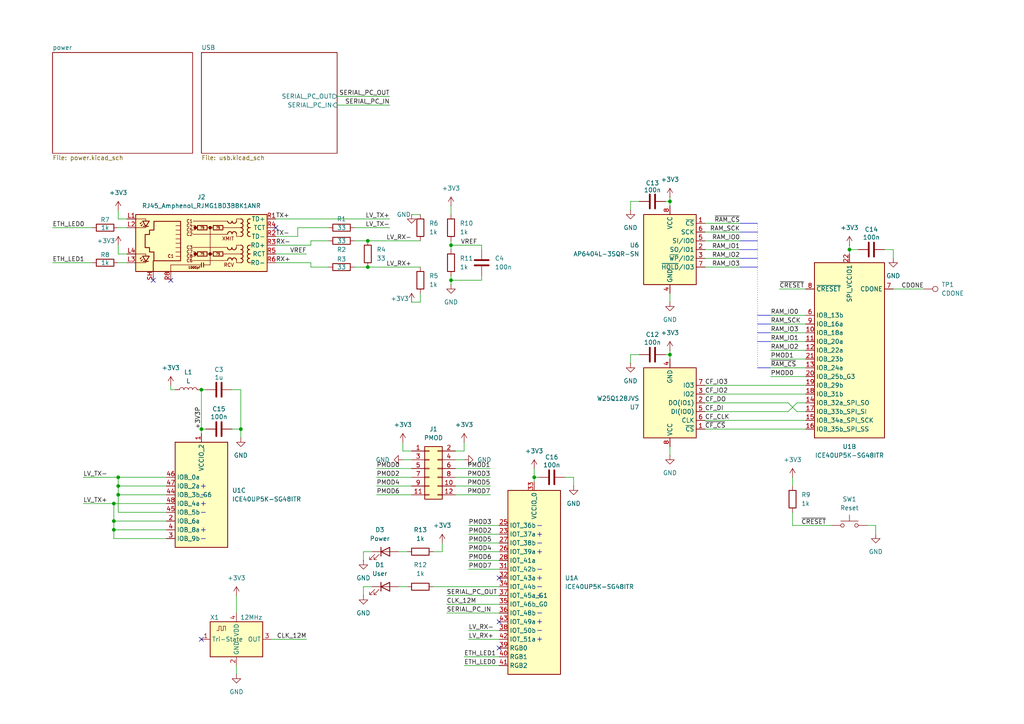
<source format=kicad_sch>
(kicad_sch (version 20231120) (generator "eeschema") (generator_version "8.0")
  (paper "A4")
  (lib_symbols
    (symbol "Connector:RJ45_Amphenol_RJMG1BD3B8K1ANR"
      (property "Reference" "J" (at 18.415 10.16 0))
      (property "Value" "RJ45_Amphenol_RJMG1BD3B8K1ANR" (at -19.05 10.16 0))
      (symbol "RJ45_Amphenol_RJMG1BD3B8K1ANR_0_0"
        (text "C1" (at 4.699 6.985 0) (effects (font (size 0.889 0.889))))
        (text "C1" (at 10.16 -3.175 0) (effects (font (size 0.889 0.889))))
        (text "C2" (at 4.699 3.175 0) (effects (font (size 0.889 0.889))))
        (text "C3" (at 4.699 -0.635 0) (effects (font (size 0.889 0.889))))
        (text "C4" (at 4.699 5.715 0) (effects (font (size 0.889 0.889))))
        (text "C5" (at 4.699 4.445 0) (effects (font (size 0.889 0.889))))
        (text "C6" (at 4.699 -4.445 0) (effects (font (size 0.889 0.889))))
        (text "C7" (at 4.699 -1.905 0) (effects (font (size 0.889 0.889))))
        (text "C8" (at 4.699 -3.175 0) (effects (font (size 0.889 0.889))))
        (text "RCV" (at -8.255 -5.715 0) (effects (font (size 1.016 1.016)) (justify left)))
        (text "XMIT" (at -8.255 1.905 0) (effects (font (size 1.016 1.016)) (justify left)))
      )
      (symbol "RJ45_Amphenol_RJMG1BD3B8K1ANR_1_0"
        (text "1000pF" (at 3.302 -6.477 0) (effects (font (size 0.635 0.635))))
      )
      (symbol "RJ45_Amphenol_RJMG1BD3B8K1ANR_1_1"
        (text "75" (at -3.556 -2.54 0) (effects (font (size 0.635 0.635))))
        (text "75" (at -3.556 5.08 0) (effects (font (size 0.635 0.635))))
        (text "75" (at 1.016 -2.54 0) (effects (font (size 0.635 0.635))))
        (text "75" (at 1.016 5.08 0) (effects (font (size 0.635 0.635))))
        (pin passive line (at 22.86 7.62 180) (length 2.54) (name "") (number "L1"))
        (pin passive line (at 22.86 5.08 180) (length 2.54) (name "") (number "L2"))
        (pin passive line (at 22.86 -5.08 180) (length 2.54) (name "") (number "L3"))
        (pin passive line (at 22.86 -2.54 180) (length 2.54) (name "") (number "L4"))
        (pin passive line (at -20.32 7.62 0) (length 2.54) (name "TD+") (number "R1"))
        (pin passive line (at -20.32 2.54 0) (length 2.54) (name "TD-") (number "R2"))
        (pin passive line (at -20.32 0 0) (length 2.54) (name "RD+") (number "R3"))
        (pin passive line (at -20.32 5.08 0) (length 2.54) (name "TCT") (number "R4"))
        (pin passive line (at -20.32 -2.54 0) (length 2.54) (name "RCT") (number "R5"))
        (pin passive line (at -20.32 -5.08 0) (length 2.54) (name "RD-") (number "R6"))
        (pin no_connect line (at 20.32 0 0) (length 0) hide (name "NC") (number "R7"))
        (pin power_in line (at 10.16 -10.16 90) (length 2.54) (name "") (number "R8"))
        (pin passive line (at 15.24 -10.16 90) (length 2.54) (name "") (number "SH"))
      )
    )
    (symbol "Connector:TestPoint" (pin_numbers hide) (pin_names (offset 0.762) hide)
      (property "Reference" "TP" (at 0 6.858 0))
      (property "Value" "TestPoint" (at 0 5.08 0))
      (symbol "TestPoint_1_1"
        (pin passive line (at 0 0 90) (length 2.54) (name "1") (number "1"))
      )
    )
    (symbol "Connector_Generic:Conn_02x06_Odd_Even" (pin_names (offset 1.016) hide)
      (property "Reference" "J" (at 1.27 7.62 0))
      (property "Value" "Conn_02x06_Odd_Even" (at 1.27 -10.16 0))
      (symbol "Conn_02x06_Odd_Even_1_1"
        (pin passive line (at -5.08 5.08 0) (length 3.81) (name "Pin_1") (number "1"))
        (pin passive line (at 7.62 -5.08 180) (length 3.81) (name "Pin_10") (number "10"))
        (pin passive line (at -5.08 -7.62 0) (length 3.81) (name "Pin_11") (number "11"))
        (pin passive line (at 7.62 -7.62 180) (length 3.81) (name "Pin_12") (number "12"))
        (pin passive line (at 7.62 5.08 180) (length 3.81) (name "Pin_2") (number "2"))
        (pin passive line (at -5.08 2.54 0) (length 3.81) (name "Pin_3") (number "3"))
        (pin passive line (at 7.62 2.54 180) (length 3.81) (name "Pin_4") (number "4"))
        (pin passive line (at -5.08 0 0) (length 3.81) (name "Pin_5") (number "5"))
        (pin passive line (at 7.62 0 180) (length 3.81) (name "Pin_6") (number "6"))
        (pin passive line (at -5.08 -2.54 0) (length 3.81) (name "Pin_7") (number "7"))
        (pin passive line (at 7.62 -2.54 180) (length 3.81) (name "Pin_8") (number "8"))
        (pin passive line (at -5.08 -5.08 0) (length 3.81) (name "Pin_9") (number "9"))
      )
    )
    (symbol "Device:C" (pin_numbers hide) (pin_names (offset 0.254))
      (property "Reference" "C" (at 0.635 2.54 0))
      (property "Value" "C" (at 0.635 -2.54 0))
      (symbol "C_1_1"
        (pin passive line (at 0 3.81 270) (length 2.794) (name "~") (number "1"))
        (pin passive line (at 0 -3.81 90) (length 2.794) (name "~") (number "2"))
      )
    )
    (symbol "Device:L" (pin_numbers hide) (pin_names (offset 1.016) hide)
      (property "Reference" "L" (at -1.27 0 90))
      (property "Value" "L" (at 1.905 0 90))
      (symbol "L_1_1"
        (pin passive line (at 0 3.81 270) (length 1.27) (name "1") (number "1"))
        (pin passive line (at 0 -3.81 90) (length 1.27) (name "2") (number "2"))
      )
    )
    (symbol "Device:LED" (pin_numbers hide) (pin_names (offset 1.016) hide)
      (property "Reference" "D" (at 0 2.54 0))
      (property "Value" "LED" (at 0 -2.54 0))
      (symbol "LED_1_1"
        (pin passive line (at -3.81 0 0) (length 2.54) (name "K") (number "1"))
        (pin passive line (at 3.81 0 180) (length 2.54) (name "A") (number "2"))
      )
    )
    (symbol "Device:R" (pin_numbers hide) (pin_names (offset 0))
      (property "Reference" "R" (at 2.032 0 90))
      (property "Value" "R" (at 0 0 90))
      (symbol "R_1_1"
        (pin passive line (at 0 3.81 270) (length 1.27) (name "~") (number "1"))
        (pin passive line (at 0 -3.81 90) (length 1.27) (name "~") (number "2"))
      )
    )
    (symbol "FPGA_Lattice:ICE40UP5K-SG48ITR"
      (property "Reference" "U" (at -8.89 -29.21 0))
      (property "Value" "ICE40UP5K-SG48ITR" (at 0 -31.75 0))
      (symbol "ICE40UP5K-SG48ITR_1_1"
        (pin bidirectional line (at -10.16 12.7 0) (length 2.54) (name "IOT_37a") (number "23"))
        (pin bidirectional line (at -10.16 15.24 0) (length 2.54) (name "IOT_36b") (number "25"))
        (pin bidirectional line (at -10.16 7.62 0) (length 2.54) (name "IOT_39a") (number "26"))
        (pin bidirectional line (at -10.16 10.16 0) (length 2.54) (name "IOT_38b") (number "27"))
        (pin bidirectional line (at -10.16 5.08 0) (length 2.54) (name "IOT_41a") (number "28"))
        (pin bidirectional line (at -10.16 2.54 0) (length 2.54) (name "IOT_42b") (number "31"))
        (pin bidirectional line (at -10.16 0 0) (length 2.54) (name "IOT_43a") (number "32"))
        (pin power_in line (at 0 27.94 270) (length 2.54) (name "VCCIO_0") (number "33"))
        (pin bidirectional line (at -10.16 -2.54 0) (length 2.54) (name "IOT_44b") (number "34"))
        (pin bidirectional line (at -10.16 -7.62 0) (length 2.54) (name "IOT_46b_G0") (number "35"))
        (pin bidirectional line (at -10.16 -10.16 0) (length 2.54) (name "IOT_48b") (number "36"))
        (pin bidirectional line (at -10.16 -5.08 0) (length 2.54) (name "IOT_45a_G1") (number "37"))
        (pin bidirectional line (at -10.16 -15.24 0) (length 2.54) (name "IOT_50b") (number "38"))
        (pin open_collector line (at -10.16 -20.32 0) (length 2.54) (name "RGB0") (number "39"))
        (pin open_collector line (at -10.16 -22.86 0) (length 2.54) (name "RGB1") (number "40"))
        (pin open_collector line (at -10.16 -25.4 0) (length 2.54) (name "RGB2") (number "41"))
        (pin bidirectional line (at -10.16 -17.78 0) (length 2.54) (name "IOT_51a") (number "42"))
        (pin bidirectional line (at -10.16 -12.7 0) (length 2.54) (name "IOT_49a") (number "43"))
      )
      (symbol "ICE40UP5K-SG48ITR_2_1"
        (pin bidirectional line (at -12.7 5.08 0) (length 2.54) (name "IOB_18a") (number "10"))
        (pin bidirectional line (at -12.7 2.54 0) (length 2.54) (name "IOB_20a") (number "11"))
        (pin bidirectional line (at -12.7 0 0) (length 2.54) (name "IOB_22a") (number "12"))
        (pin bidirectional line (at -12.7 -5.08 0) (length 2.54) (name "IOB_24a") (number "13"))
        (pin bidirectional line (at -12.7 -15.24 0) (length 2.54) (name "IOB_32a_SPI_SO") (number "14"))
        (pin bidirectional line (at -12.7 -20.32 0) (length 2.54) (name "IOB_34a_SPI_SCK") (number "15"))
        (pin bidirectional line (at -12.7 -22.86 0) (length 2.54) (name "IOB_35b_SPI_SS") (number "16"))
        (pin bidirectional line (at -12.7 -17.78 0) (length 2.54) (name "IOB_33b_SPI_SI") (number "17"))
        (pin bidirectional line (at -12.7 -12.7 0) (length 2.54) (name "IOB_31b") (number "18"))
        (pin bidirectional line (at -12.7 -10.16 0) (length 2.54) (name "IOB_29b") (number "19"))
        (pin bidirectional line (at -12.7 -7.62 0) (length 2.54) (name "IOB_25b_G3") (number "20"))
        (pin bidirectional line (at -12.7 -2.54 0) (length 2.54) (name "IOB_23b") (number "21"))
        (pin power_in line (at 0 27.94 270) (length 2.54) (name "SPI_VCCIO1") (number "22"))
        (pin bidirectional line (at -12.7 10.16 0) (length 2.54) (name "IOB_13b") (number "6"))
        (pin open_collector line (at 12.7 17.78 180) (length 2.54) (name "CDONE") (number "7"))
        (pin input line (at -12.7 17.78 0) (length 2.54) (name "~{CRESET}") (number "8"))
        (pin bidirectional line (at -12.7 7.62 0) (length 2.54) (name "IOB_16a") (number "9"))
      )
      (symbol "ICE40UP5K-SG48ITR_3_1"
        (pin power_in line (at 0 17.78 270) (length 2.54) (name "VCCIO_2") (number "1"))
        (pin bidirectional line (at -10.16 -7.62 0) (length 2.54) (name "IOB_6a") (number "2"))
        (pin bidirectional line (at -10.16 -12.7 0) (length 2.54) (name "IOB_9b") (number "3"))
        (pin bidirectional line (at -10.16 -10.16 0) (length 2.54) (name "IOB_8a") (number "4"))
        (pin bidirectional line (at -10.16 0 0) (length 2.54) (name "IOB_3b_G6") (number "44"))
        (pin bidirectional line (at -10.16 -5.08 0) (length 2.54) (name "IOB_5b") (number "45"))
        (pin bidirectional line (at -10.16 5.08 0) (length 2.54) (name "IOB_0a") (number "46"))
        (pin bidirectional line (at -10.16 2.54 0) (length 2.54) (name "IOB_2a") (number "47"))
        (pin bidirectional line (at -10.16 -2.54 0) (length 2.54) (name "IOB_4a") (number "48"))
      )
      (symbol "ICE40UP5K-SG48ITR_4_1"
        (pin power_in line (at -2.54 10.16 270) (length 2.54) (name "VPP_2V5") (number "24"))
        (pin power_out line (at 2.54 10.16 270) (length 2.54) (name "VCCPLL") (number "29"))
        (pin passive line (at 0 10.16 270) (length 2.54) hide (name "VCC") (number "30"))
        (pin power_in line (at 0 -10.16 90) (length 2.54) (name "GND") (number "49"))
        (pin power_in line (at 0 10.16 270) (length 2.54) (name "VCC") (number "5"))
      )
    )
    (symbol "Memory_Flash:AT25SF081-SSHD-X"
      (property "Reference" "U" (at -6.35 11.43 0))
      (property "Value" "AT25SF081-SSHD-X" (at 11.43 11.43 0))
      (symbol "AT25SF081-SSHD-X_1_1"
        (pin input line (at -10.16 7.62 0) (length 2.54) (name "~{CS}") (number "1"))
        (pin bidirectional line (at -10.16 0 0) (length 2.54) (name "SO/IO1") (number "2"))
        (pin bidirectional line (at -10.16 -2.54 0) (length 2.54) (name "~{WP}/IO2") (number "3"))
        (pin power_in line (at 0 -12.7 90) (length 2.54) (name "GND") (number "4"))
        (pin bidirectional line (at -10.16 2.54 0) (length 2.54) (name "SI/IO0") (number "5"))
        (pin input line (at -10.16 5.08 0) (length 2.54) (name "SCK") (number "6"))
        (pin bidirectional line (at -10.16 -5.08 0) (length 2.54) (name "~{HOLD}/IO3") (number "7"))
        (pin power_in line (at 0 12.7 270) (length 2.54) (name "VCC") (number "8"))
      )
    )
    (symbol "Memory_Flash:W25Q128JVS"
      (property "Reference" "U" (at -8.89 8.89 0))
      (property "Value" "W25Q128JVS" (at 7.62 8.89 0))
      (symbol "W25Q128JVS_1_1"
        (pin input line (at -10.16 7.62 0) (length 2.54) (name "~{CS}") (number "1"))
        (pin bidirectional line (at -10.16 0 0) (length 2.54) (name "DO(IO1)") (number "2"))
        (pin bidirectional line (at -10.16 -2.54 0) (length 2.54) (name "IO2") (number "3"))
        (pin power_in line (at 0 -12.7 90) (length 2.54) (name "GND") (number "4"))
        (pin bidirectional line (at -10.16 2.54 0) (length 2.54) (name "DI(IO0)") (number "5"))
        (pin input line (at -10.16 5.08 0) (length 2.54) (name "CLK") (number "6"))
        (pin bidirectional line (at -10.16 -5.08 0) (length 2.54) (name "IO3") (number "7"))
        (pin power_in line (at 0 12.7 270) (length 2.54) (name "VCC") (number "8"))
      )
    )
    (symbol "Oscillator:ASCO"
      (property "Reference" "X" (at -7.62 6.35 0))
      (property "Value" "ASCO" (at 1.27 -6.35 0))
      (symbol "ASCO_1_1"
        (pin input line (at -10.16 0 0) (length 2.54) (name "Tri-State") (number "1"))
        (pin power_in line (at 0 -7.62 90) (length 2.54) (name "GND") (number "2"))
        (pin output line (at 10.16 0 180) (length 2.54) (name "OUT") (number "3"))
        (pin power_in line (at 0 7.62 270) (length 2.54) (name "VDD") (number "4"))
      )
    )
    (symbol "Switch:SW_Push" (pin_numbers hide) (pin_names (offset 1.016) hide)
      (property "Reference" "SW" (at 1.27 2.54 0))
      (property "Value" "SW_Push" (at 0 -1.524 0))
      (symbol "SW_Push_0_1"
        (pin passive line (at -5.08 0 0) (length 2.54) (name "1") (number "1"))
        (pin passive line (at 5.08 0 180) (length 2.54) (name "2") (number "2"))
      )
    )
    (symbol "power:+3V3" (power) (pin_numbers hide) (pin_names (offset 0) hide)
      (property "Value" "+3V3" (at 0 3.556 0))
      (symbol "+3V3_1_1"
        (pin power_in line (at 0 0 90) (length 0) (name "~") (number "1"))
      )
    )
    (symbol "power:GND" (power) (pin_numbers hide) (pin_names (offset 0) hide)
      (property "Value" "GND" (at 0 -3.81 0))
      (symbol "GND_1_1"
        (pin power_in line (at 0 0 270) (length 0) (name "~") (number "1"))
      )
    )
  )
  (junction (at 194.31 58.42))
  (junction (at 34.29 138.43))
  (junction (at 69.85 124.46))
  (junction (at 33.02 151.13))
  (junction (at 33.02 153.67))
  (junction (at 130.81 71.12))
  (junction (at 33.02 146.05))
  (junction (at 34.29 140.97))
  (junction (at 58.42 124.46))
  (junction (at 34.29 143.51))
  (junction (at 130.81 81.28))
  (junction (at 154.94 138.43))
  (junction (at 246.38 72.39))
  (junction (at 106.68 77.47))
  (junction (at 58.42 113.03))
  (junction (at 194.31 102.87))
  (junction (at 106.68 69.85))
  (no_connect (at 44.45 81.28))
  (no_connect (at 144.78 187.96))
  (no_connect (at 58.42 185.42))
  (no_connect (at 80.01 66.04))
  (no_connect (at 144.78 180.34))
  (no_connect (at 49.53 81.28))
  (no_connect (at 144.78 167.64))
  (wire (pts (xy 246.38 72.39) (xy 246.38 73.66)))
  (wire (pts (xy 204.47 64.77) (xy 214.63 64.77)))
  (wire (pts (xy 128.27 157.48) (xy 128.27 160.02)))
  (wire (pts (xy 106.68 69.85) (xy 121.92 69.85)))
  (polyline (pts (xy 214.63 77.47) (xy 219.71 77.47)))
  (wire (pts (xy 204.47 114.3) (xy 233.68 114.3)))
  (wire (pts (xy 102.87 66.04) (xy 113.03 66.04)))
  (wire (pts (xy 125.73 170.18) (xy 144.78 170.18)))
  (polyline (pts (xy 214.63 74.93) (xy 219.71 74.93)))
  (wire (pts (xy 105.41 170.18) (xy 105.41 172.72)))
  (wire (pts (xy 33.02 156.21) (xy 48.26 156.21)))
  (wire (pts (xy 34.29 76.2) (xy 36.83 76.2)))
  (wire (pts (xy 116.84 133.35) (xy 119.38 133.35)))
  (wire (pts (xy 139.7 72.39) (xy 139.7 71.12)))
  (wire (pts (xy 163.83 138.43) (xy 166.37 138.43)))
  (wire (pts (xy 134.62 128.27) (xy 134.62 130.81)))
  (wire (pts (xy 223.52 109.22) (xy 233.68 109.22)))
  (wire (pts (xy 34.29 60.96) (xy 34.29 63.5)))
  (wire (pts (xy 33.02 153.67) (xy 48.26 153.67)))
  (wire (pts (xy 204.47 77.47) (xy 214.63 77.47)))
  (wire (pts (xy 251.46 152.4) (xy 254 152.4)))
  (wire (pts (xy 194.31 129.54) (xy 194.31 132.08)))
  (wire (pts (xy 130.81 71.12) (xy 139.7 71.12)))
  (polyline (pts (xy 214.63 72.39) (xy 219.71 72.39)))
  (wire (pts (xy 59.69 124.46) (xy 58.42 124.46)))
  (wire (pts (xy 106.68 77.47) (xy 121.92 77.47)))
  (wire (pts (xy 204.47 119.38) (xy 228.6 119.38)))
  (wire (pts (xy 119.38 62.23) (xy 121.92 62.23)))
  (wire (pts (xy 204.47 67.31) (xy 214.63 67.31)))
  (wire (pts (xy 204.47 74.93) (xy 214.63 74.93)))
  (wire (pts (xy 182.88 58.42) (xy 182.88 60.96)))
  (wire (pts (xy 58.42 113.03) (xy 59.69 113.03)))
  (wire (pts (xy 80.01 71.12) (xy 90.17 71.12)))
  (wire (pts (xy 134.62 190.5) (xy 144.78 190.5)))
  (wire (pts (xy 102.87 77.47) (xy 106.68 77.47)))
  (wire (pts (xy 67.31 113.03) (xy 69.85 113.03)))
  (wire (pts (xy 185.42 102.87) (xy 182.88 102.87)))
  (wire (pts (xy 132.08 130.81) (xy 134.62 130.81)))
  (wire (pts (xy 223.52 91.44) (xy 233.68 91.44)))
  (wire (pts (xy 97.79 30.48) (xy 113.03 30.48)))
  (wire (pts (xy 107.95 170.18) (xy 105.41 170.18)))
  (polyline (pts (xy 219.71 91.44) (xy 223.52 91.44)))
  (wire (pts (xy 135.89 162.56) (xy 144.78 162.56)))
  (wire (pts (xy 129.54 175.26) (xy 144.78 175.26)))
  (wire (pts (xy 154.94 135.89) (xy 154.94 138.43)))
  (wire (pts (xy 15.24 76.2) (xy 26.67 76.2)))
  (wire (pts (xy 193.04 102.87) (xy 194.31 102.87)))
  (wire (pts (xy 58.42 113.03) (xy 58.42 124.46)))
  (wire (pts (xy 107.95 160.02) (xy 105.41 160.02)))
  (polyline (pts (xy 219.71 99.06) (xy 223.52 99.06)))
  (wire (pts (xy 256.54 72.39) (xy 259.08 72.39)))
  (wire (pts (xy 204.47 121.92) (xy 233.68 121.92)))
  (wire (pts (xy 223.52 101.6) (xy 233.68 101.6)))
  (wire (pts (xy 132.08 135.89) (xy 142.24 135.89)))
  (wire (pts (xy 36.83 63.5) (xy 34.29 63.5)))
  (wire (pts (xy 223.52 93.98) (xy 233.68 93.98)))
  (wire (pts (xy 259.08 72.39) (xy 259.08 74.93)))
  (wire (pts (xy 86.36 66.04) (xy 95.25 66.04)))
  (wire (pts (xy 129.54 172.72) (xy 144.78 172.72)))
  (wire (pts (xy 229.87 138.43) (xy 229.87 140.97)))
  (wire (pts (xy 109.22 135.89) (xy 119.38 135.89)))
  (wire (pts (xy 132.08 143.51) (xy 142.24 143.51)))
  (wire (pts (xy 69.85 113.03) (xy 69.85 124.46)))
  (wire (pts (xy 154.94 138.43) (xy 154.94 139.7)))
  (wire (pts (xy 119.38 130.81) (xy 116.84 130.81)))
  (wire (pts (xy 34.29 138.43) (xy 48.26 138.43)))
  (wire (pts (xy 34.29 71.12) (xy 34.29 73.66)))
  (wire (pts (xy 33.02 146.05) (xy 33.02 151.13)))
  (wire (pts (xy 204.47 111.76) (xy 233.68 111.76)))
  (wire (pts (xy 135.89 152.4) (xy 144.78 152.4)))
  (wire (pts (xy 229.87 152.4) (xy 241.3 152.4)))
  (wire (pts (xy 33.02 151.13) (xy 48.26 151.13)))
  (wire (pts (xy 78.74 185.42) (xy 88.9 185.42)))
  (wire (pts (xy 109.22 140.97) (xy 119.38 140.97)))
  (wire (pts (xy 58.42 124.46) (xy 58.42 125.73)))
  (wire (pts (xy 135.89 185.42) (xy 144.78 185.42)))
  (wire (pts (xy 185.42 58.42) (xy 182.88 58.42)))
  (wire (pts (xy 223.52 99.06) (xy 233.68 99.06)))
  (polyline (pts (xy 219.71 93.98) (xy 223.52 93.98)))
  (wire (pts (xy 130.81 59.69) (xy 130.81 62.23)))
  (polyline (pts (xy 219.71 106.68) (xy 223.52 106.68)))
  (wire (pts (xy 33.02 151.13) (xy 33.02 153.67)))
  (wire (pts (xy 34.29 143.51) (xy 48.26 143.51)))
  (wire (pts (xy 115.57 170.18) (xy 118.11 170.18)))
  (wire (pts (xy 130.81 81.28) (xy 130.81 82.55)))
  (wire (pts (xy 15.24 66.04) (xy 26.67 66.04)))
  (wire (pts (xy 90.17 71.12) (xy 90.17 69.85)))
  (wire (pts (xy 36.83 73.66) (xy 34.29 73.66)))
  (wire (pts (xy 154.94 138.43) (xy 156.21 138.43)))
  (wire (pts (xy 228.6 119.38) (xy 231.14 116.84)))
  (polyline (pts (xy 214.63 64.77) (xy 219.71 64.77)))
  (wire (pts (xy 229.87 152.4) (xy 229.87 148.59)))
  (wire (pts (xy 68.58 172.72) (xy 68.58 177.8)))
  (wire (pts (xy 129.54 177.8) (xy 144.78 177.8)))
  (wire (pts (xy 80.01 73.66) (xy 88.9 73.66)))
  (wire (pts (xy 246.38 71.12) (xy 246.38 72.39)))
  (wire (pts (xy 135.89 160.02) (xy 144.78 160.02)))
  (wire (pts (xy 90.17 76.2) (xy 80.01 76.2)))
  (wire (pts (xy 246.38 72.39) (xy 248.92 72.39)))
  (wire (pts (xy 34.29 140.97) (xy 48.26 140.97)))
  (wire (pts (xy 204.47 69.85) (xy 214.63 69.85)))
  (wire (pts (xy 223.52 96.52) (xy 233.68 96.52)))
  (wire (pts (xy 121.92 85.09) (xy 121.92 87.63)))
  (wire (pts (xy 194.31 101.6) (xy 194.31 102.87)))
  (wire (pts (xy 69.85 124.46) (xy 69.85 127)))
  (wire (pts (xy 34.29 143.51) (xy 34.29 140.97)))
  (wire (pts (xy 86.36 68.58) (xy 86.36 66.04)))
  (wire (pts (xy 132.08 133.35) (xy 134.62 133.35)))
  (wire (pts (xy 194.31 85.09) (xy 194.31 87.63)))
  (wire (pts (xy 95.25 77.47) (xy 90.17 77.47)))
  (wire (pts (xy 204.47 72.39) (xy 214.63 72.39)))
  (wire (pts (xy 90.17 69.85) (xy 95.25 69.85)))
  (wire (pts (xy 109.22 138.43) (xy 119.38 138.43)))
  (wire (pts (xy 132.08 138.43) (xy 142.24 138.43)))
  (wire (pts (xy 34.29 148.59) (xy 48.26 148.59)))
  (wire (pts (xy 24.13 146.05) (xy 33.02 146.05)))
  (wire (pts (xy 97.79 27.94) (xy 113.03 27.94)))
  (wire (pts (xy 130.81 80.01) (xy 130.81 81.28)))
  (wire (pts (xy 139.7 80.01) (xy 139.7 81.28)))
  (wire (pts (xy 130.81 71.12) (xy 130.81 72.39)))
  (wire (pts (xy 226.06 83.82) (xy 233.68 83.82)))
  (wire (pts (xy 119.38 87.63) (xy 121.92 87.63)))
  (wire (pts (xy 135.89 165.1) (xy 144.78 165.1)))
  (wire (pts (xy 135.89 182.88) (xy 144.78 182.88)))
  (wire (pts (xy 34.29 148.59) (xy 34.29 143.51)))
  (wire (pts (xy 80.01 68.58) (xy 86.36 68.58)))
  (wire (pts (xy 223.52 104.14) (xy 233.68 104.14)))
  (wire (pts (xy 134.62 193.04) (xy 144.78 193.04)))
  (wire (pts (xy 194.31 57.15) (xy 194.31 58.42)))
  (wire (pts (xy 233.68 119.38) (xy 231.14 119.38)))
  (wire (pts (xy 194.31 102.87) (xy 194.31 104.14)))
  (wire (pts (xy 130.81 81.28) (xy 139.7 81.28)))
  (polyline (pts (xy 214.63 69.85) (xy 219.71 69.85)))
  (wire (pts (xy 49.53 111.76) (xy 49.53 113.03)))
  (wire (pts (xy 34.29 66.04) (xy 36.83 66.04)))
  (wire (pts (xy 33.02 146.05) (xy 48.26 146.05)))
  (wire (pts (xy 115.57 160.02) (xy 118.11 160.02)))
  (wire (pts (xy 33.02 153.67) (xy 33.02 156.21)))
  (wire (pts (xy 132.08 140.97) (xy 142.24 140.97)))
  (wire (pts (xy 68.58 193.04) (xy 68.58 195.58)))
  (wire (pts (xy 254 152.4) (xy 254 154.94)))
  (wire (pts (xy 105.41 160.02) (xy 105.41 162.56)))
  (wire (pts (xy 80.01 63.5) (xy 113.03 63.5)))
  (polyline (pts (xy 219.71 96.52) (xy 223.52 96.52)))
  (wire (pts (xy 231.14 119.38) (xy 228.6 116.84)))
  (wire (pts (xy 194.31 58.42) (xy 194.31 59.69)))
  (wire (pts (xy 135.89 157.48) (xy 144.78 157.48)))
  (wire (pts (xy 231.14 116.84) (xy 233.68 116.84)))
  (wire (pts (xy 125.73 160.02) (xy 128.27 160.02)))
  (polyline (pts (xy 214.63 67.31) (xy 219.71 67.31)))
  (wire (pts (xy 166.37 138.43) (xy 166.37 140.97)))
  (wire (pts (xy 109.22 143.51) (xy 119.38 143.51)))
  (wire (pts (xy 67.31 124.46) (xy 69.85 124.46)))
  (wire (pts (xy 193.04 58.42) (xy 194.31 58.42)))
  (wire (pts (xy 204.47 124.46) (xy 233.68 124.46)))
  (wire (pts (xy 182.88 102.87) (xy 182.88 105.41)))
  (wire (pts (xy 90.17 77.47) (xy 90.17 76.2)))
  (wire (pts (xy 259.08 83.82) (xy 267.97 83.82)))
  (wire (pts (xy 135.89 154.94) (xy 144.78 154.94)))
  (wire (pts (xy 130.81 69.85) (xy 130.81 71.12)))
  (wire (pts (xy 49.53 113.03) (xy 50.8 113.03)))
  (wire (pts (xy 24.13 138.43) (xy 34.29 138.43)))
  (polyline (pts (xy 219.71 106.68) (xy 219.71 64.77)) (stroke (width 0) (type dot)))
  (wire (pts (xy 223.52 106.68) (xy 233.68 106.68)))
  (wire (pts (xy 228.6 116.84) (xy 204.47 116.84)))
  (wire (pts (xy 116.84 128.27) (xy 116.84 130.81)))
  (wire (pts (xy 34.29 140.97) (xy 34.29 138.43)))
  (wire (pts (xy 102.87 69.85) (xy 106.68 69.85)))
  (text "-\n+\n-\n+\n\n-\n+\n-\n+\n\n-\n+\n-\n+" (at 155.448 151.638 0) (effects (font (size 1.5748 1.5748)) (justify left top)))
  (text "\n+\n-\n+\n-\n\n+\n-" (at 57.912 137.668 0) (effects (font (size 1.5748 1.5748)) (justify left top)))
  (label "LV_RX-" (at 119.38 69.85 180))
  (label "LV_TX-" (at 113.03 66.04 180))
  (label "VREF" (at 138.43 71.12 180))
  (label "PMOD5" (at 135.89 157.48 0))
  (label "PMOD7" (at 142.24 143.51 180))
  (label "CF_DI" (at 204.47 119.38 0))
  (label "LV_TX+" (at 24.13 146.05 0))
  (label "+3V3P" (at 58.42 124.46 90))
  (label "SERIAL_PC_IN" (at 129.54 177.8 0))
  (label "RAM_IO0" (at 223.52 91.44 0))
  (label "CLK_12M" (at 129.54 175.26 0))
  (label "CF_CLK" (at 204.47 121.92 0))
  (label "CF_DO" (at 204.47 116.84 0))
  (label "~{CRESET}" (at 232.41 152.4 0))
  (label "PMOD6" (at 135.89 162.56 0))
  (label "RAM_IO0" (at 214.63 69.85 180))
  (label "~{RAM_CS}" (at 214.63 64.77 180))
  (label "ETH_LED1" (at 134.62 190.5 0))
  (label "PMOD2" (at 109.22 138.43 0))
  (label "PMOD6" (at 109.22 143.51 0))
  (label "SERIAL_PC_OUT" (at 129.54 172.72 0))
  (label "RAM_IO2" (at 214.63 74.93 180))
  (label "TX-" (at 80.01 68.58 0))
  (label "RX-" (at 80.01 71.12 0))
  (label "PMOD2" (at 135.89 154.94 0))
  (label "LV_TX-" (at 24.13 138.43 0))
  (label "RAM_IO1" (at 223.52 99.06 0))
  (label "PMOD4" (at 135.89 160.02 0))
  (label "PMOD0" (at 109.22 135.89 0))
  (label "RX+" (at 80.01 76.2 0))
  (label "~{RAM_CS}" (at 223.52 106.68 0))
  (label "PMOD0" (at 223.52 109.22 0))
  (label "ETH_LED1" (at 15.24 76.2 0))
  (label "LV_RX+" (at 135.89 185.42 0))
  (label "VREF" (at 88.9 73.66 180))
  (label "CDONE" (at 267.97 83.82 180))
  (label "PMOD5" (at 142.24 140.97 180))
  (label "RAM_IO3" (at 223.52 96.52 0))
  (label "PMOD1" (at 142.24 135.89 180))
  (label "~{CRESET}" (at 226.06 83.82 0))
  (label "LV_RX-" (at 135.89 182.88 0))
  (label "RAM_SCK" (at 214.63 67.31 180))
  (label "RAM_IO1" (at 214.63 72.39 180))
  (label "PMOD1" (at 223.52 104.14 0))
  (label "PMOD4" (at 109.22 140.97 0))
  (label "LV_RX+" (at 119.38 77.47 180))
  (label "PMOD7" (at 135.89 165.1 0))
  (label "CF_IO3" (at 204.47 111.76 0))
  (label "CLK_12M" (at 88.9 185.42 180))
  (label "RAM_IO3" (at 214.63 77.47 180))
  (label "ETH_LED0" (at 134.62 193.04 0))
  (label "LV_TX+" (at 113.03 63.5 180))
  (label "PMOD3" (at 142.24 138.43 180))
  (label "RAM_IO2" (at 223.52 101.6 0))
  (label "RAM_SCK" (at 223.52 93.98 0))
  (label "TX+" (at 80.01 63.5 0))
  (label "ETH_LED0" (at 15.24 66.04 0))
  (label "~{CF_CS}" (at 204.47 124.46 0))
  (label "PMOD3" (at 135.89 152.4 0))
  (label "SERIAL_PC_IN" (at 113.03 30.48 180))
  (label "SERIAL_PC_OUT" (at 113.03 27.94 180))
  (label "CF_IO2" (at 204.47 114.3 0))
  (symbol (lib_id "power:GND") (at 194.31 87.63 0) (unit 1)
    (property "Reference" "#PWR020" (effects (hide yes)))
    (property "Value" "GND" (at 194.31 92.71 0))
    (property "Description" "Power symbol creates a global label with name \"GND\" , ground" (effects (hide yes)))
  )
  (symbol (lib_id "Connector_Generic:Conn_02x06_Odd_Even") (at 124.46 135.89 0) (unit 1)
    (property "Reference" "J1" (at 125.73 124.46 0))
    (property "Value" "PMOD" (at 125.73 127 0))
    (property "Footprint" "Connector_PinSocket_2.54mm:PinSocket_2x06_P2.54mm_Horizontal" (effects (hide yes)))
    (property "Description" "Generic connector, double row, 02x06, odd/even pin numbering scheme (row 1 odd numbers, row 2 even numbers), script generated (kicad-library-utils/schlib/autogen/connector/)" (effects (hide yes)))
  )
  (symbol (lib_id "power:GND") (at 182.88 105.41 0) (unit 1)
    (property "Reference" "#PWR026" (effects (hide yes)))
    (property "Value" "GND" (at 182.88 110.49 0))
    (property "Description" "Power symbol creates a global label with name \"GND\" , ground" (effects (hide yes)))
  )
  (symbol (lib_id "Device:LED") (at 111.76 160.02 0) (unit 1)
    (property "Reference" "D3" (at 110.1725 153.67 0))
    (property "Value" "Power" (at 110.1725 156.21 0))
    (property "Footprint" "LED_SMD:LED_0603_1608Metric" (effects (hide yes)))
    (property "Description" "Light emitting diode" (effects (hide yes)))
  )
  (symbol (lib_id "power:GND") (at 130.81 82.55 0) (unit 1)
    (property "Reference" "#PWR025" (effects (hide yes)))
    (property "Value" "GND" (at 130.81 87.63 0))
    (property "Description" "Power symbol creates a global label with name \"GND\" , ground" (effects (hide yes)))
  )
  (symbol (lib_id "power:GND") (at 134.62 133.35 90) (unit 1)
    (property "Reference" "#PWR09" (effects (hide yes)))
    (property "Value" "GND" (at 138.43 133.3499 90) (effects (justify right)))
    (property "Description" "Power symbol creates a global label with name \"GND\" , ground" (effects (hide yes)))
  )
  (symbol (lib_id "power:GND") (at 116.84 133.35 270) (unit 1)
    (property "Reference" "#PWR017" (effects (hide yes)))
    (property "Value" "GND" (at 113.03 133.3499 90) (effects (justify right)))
    (property "Description" "Power symbol creates a global label with name \"GND\" , ground" (effects (hide yes)))
  )
  (symbol (lib_id "power:+3V3") (at 134.62 128.27 0) (unit 1)
    (property "Reference" "#PWR08" (effects (hide yes)))
    (property "Value" "+3V3" (at 134.62 123.19 0))
    (property "Description" "Power symbol creates a global label with name \"+3V3\"" (effects (hide yes)))
  )
  (symbol (lib_id "Device:R") (at 121.92 66.04 180) (unit 1)
    (property "Reference" "R6" (at 124.46 64.7699 0) (effects (justify right)))
    (property "Value" "1k" (at 124.46 67.3099 0) (effects (justify right)))
    (property "Footprint" "Resistor_SMD:R_0603_1608Metric" (effects (hide yes)))
    (property "Description" "Resistor" (effects (hide yes)))
  )
  (symbol (lib_id "power:+3V3") (at 116.84 128.27 0) (unit 1)
    (property "Reference" "#PWR07" (effects (hide yes)))
    (property "Value" "+3V3" (at 116.84 123.19 0))
    (property "Description" "Power symbol creates a global label with name \"+3V3\"" (effects (hide yes)))
  )
  (symbol (lib_id "power:+3V3") (at 130.81 59.69 0) (unit 1)
    (property "Reference" "#PWR024" (effects (hide yes)))
    (property "Value" "+3V3" (at 130.81 54.61 0))
    (property "Description" "Power symbol creates a global label with name \"+3V3\"" (effects (hide yes)))
  )
  (symbol (lib_id "power:GND") (at 194.31 132.08 0) (unit 1)
    (property "Reference" "#PWR021" (effects (hide yes)))
    (property "Value" "GND" (at 194.31 137.16 0))
    (property "Description" "Power symbol creates a global label with name \"GND\" , ground" (effects (hide yes)))
  )
  (symbol (lib_id "power:+3V3") (at 229.87 138.43 0) (unit 1)
    (property "Reference" "#PWR06" (effects (hide yes)))
    (property "Value" "+3V3" (at 229.87 133.35 0))
    (property "Description" "Power symbol creates a global label with name \"+3V3\"" (effects (hide yes)))
  )
  (symbol (lib_id "Device:R") (at 130.81 76.2 0) (unit 1)
    (property "Reference" "R11" (at 133.35 74.9299 0) (effects (justify left)))
    (property "Value" "1k" (at 133.35 77.4699 0) (effects (justify left)))
    (property "Footprint" "Resistor_SMD:R_0603_1608Metric" (effects (hide yes)))
    (property "Description" "Resistor" (effects (hide yes)))
  )
  (symbol (lib_id "Device:C") (at 63.5 113.03 270) (mirror x) (unit 1)
    (property "Reference" "C3" (at 63.5 107.188 90))
    (property "Value" "1u" (at 63.5 109.474 90))
    (property "Footprint" "Capacitor_SMD:C_0805_2012Metric" (effects (hide yes)))
    (property "Description" "Unpolarized capacitor" (effects (hide yes)))
  )
  (symbol (lib_id "Device:C") (at 252.73 72.39 270) (mirror x) (unit 1)
    (property "Reference" "C14" (at 252.73 66.548 90))
    (property "Value" "100n" (at 252.73 68.834 90))
    (property "Footprint" "Capacitor_SMD:C_0603_1608Metric" (effects (hide yes)))
    (property "Description" "Unpolarized capacitor" (effects (hide yes)))
  )
  (symbol (lib_id "Device:R") (at 121.92 81.28 180) (unit 1)
    (property "Reference" "R5" (at 124.46 80.0099 0) (effects (justify right)))
    (property "Value" "1k" (at 124.46 82.5499 0) (effects (justify right)))
    (property "Footprint" "Resistor_SMD:R_0603_1608Metric" (effects (hide yes)))
    (property "Description" "Resistor" (effects (hide yes)))
  )
  (symbol (lib_id "Device:R") (at 106.68 73.66 180) (unit 1)
    (property "Reference" "R4" (at 109.22 72.3899 0) (effects (justify right)))
    (property "Value" "33" (at 109.22 74.9299 0) (effects (justify right)))
    (property "Footprint" "Resistor_SMD:R_0603_1608Metric" (effects (hide yes)))
    (property "Description" "Resistor" (effects (hide yes)))
  )
  (symbol (lib_id "power:+3V3") (at 246.38 71.12 0) (unit 1)
    (property "Reference" "#PWR028" (effects (hide yes)))
    (property "Value" "+3V3" (at 246.38 66.04 0))
    (property "Description" "Power symbol creates a global label with name \"+3V3\"" (effects (hide yes)))
  )
  (symbol (lib_id "Device:C") (at 189.23 58.42 90) (unit 1)
    (property "Reference" "C13" (at 189.23 53.086 90))
    (property "Value" "100n" (at 189.23 55.118 90))
    (property "Footprint" "Capacitor_SMD:C_0603_1608Metric" (effects (hide yes)))
    (property "Description" "Unpolarized capacitor" (effects (hide yes)))
  )
  (symbol (lib_id "Switch:SW_Push") (at 246.38 152.4 0) (unit 1)
    (property "Reference" "SW1" (at 246.38 144.78 0))
    (property "Value" "Reset" (at 246.38 147.32 0))
    (property "Footprint" "Button_Switch_SMD:SW_SPST_B3U-1000P" (effects (hide yes)))
    (property "Description" "Push button switch, generic, two pins" (effects (hide yes)))
  )
  (symbol (lib_id "power:+3V3") (at 128.27 157.48 0) (unit 1)
    (property "Reference" "#PWR047" (effects (hide yes)))
    (property "Value" "+3V3" (at 128.27 152.4 0))
    (property "Description" "Power symbol creates a global label with name \"+3V3\"" (effects (hide yes)))
  )
  (symbol (lib_id "Device:R") (at 121.92 160.02 90) (unit 1)
    (property "Reference" "R13" (at 121.92 153.67 90))
    (property "Value" "1k" (at 121.92 156.21 90))
    (property "Footprint" "Resistor_SMD:R_0603_1608Metric" (effects (hide yes)))
    (property "Description" "Resistor" (effects (hide yes)))
  )
  (symbol (lib_id "power:+3V3") (at 119.38 87.63 0) (unit 1)
    (property "Reference" "#PWR034" (effects (hide yes)))
    (property "Value" "+3V3" (at 113.284 86.614 0) (effects (justify left)))
    (property "Description" "Power symbol creates a global label with name \"+3V3\"" (effects (hide yes)))
  )
  (symbol (lib_id "power:+3V3") (at 194.31 57.15 0) (unit 1)
    (property "Reference" "#PWR022" (effects (hide yes)))
    (property "Value" "+3V3" (at 194.31 52.07 0))
    (property "Description" "Power symbol creates a global label with name \"+3V3\"" (effects (hide yes)))
  )
  (symbol (lib_id "power:+3V3") (at 194.31 101.6 0) (unit 1)
    (property "Reference" "#PWR023" (effects (hide yes)))
    (property "Value" "+3V3" (at 194.31 96.52 0))
    (property "Description" "Power symbol creates a global label with name \"+3V3\"" (effects (hide yes)))
  )
  (symbol (lib_id "Device:R") (at 99.06 69.85 90) (unit 1)
    (property "Reference" "R2" (at 99.06 72.39 90))
    (property "Value" "33" (at 99.06 69.85 90))
    (property "Footprint" "Resistor_SMD:R_0603_1608Metric" (effects (hide yes)))
    (property "Description" "Resistor" (effects (hide yes)))
  )
  (symbol (lib_id "Memory_Flash:W25Q128JVS") (at 194.31 116.84 180) (unit 1)
    (property "Reference" "U7" (at 185.42 118.1101 0) (effects (justify left)))
    (property "Value" "W25Q128JVS" (at 185.42 115.5701 0) (effects (justify left)))
    (property "Footprint" "Package_SO:SOIC-8_5.23x5.23mm_P1.27mm" (effects (hide yes)))
    (property "Datasheet" "http://www.winbond.com/resource-files/w25q128jv_dtr%20revc%2003272018%20plus.pdf" (effects (hide yes)))
    (property "Description" "128Mb Serial Flash Memory, Standard/Dual/Quad SPI, SOIC-8" (effects (hide yes)))
  )
  (symbol (lib_id "FPGA_Lattice:ICE40UP5K-SG48ITR") (at 58.42 143.51 0) (unit 3)
    (property "Reference" "U1" (at 67.31 142.2399 0) (effects (justify left)))
    (property "Value" "ICE40UP5K-SG48ITR" (at 67.31 144.7799 0) (effects (justify left)))
    (property "Footprint" "Package_DFN_QFN:QFN-48-1EP_7x7mm_P0.5mm_EP5.6x5.6mm" (effects (hide yes)))
    (property "Datasheet" "http://www.latticesemi.com/Products/FPGAandCPLD/iCE40Ultra" (effects (hide yes)))
    (property "Description" "iCE40 UltraPlus FPGA, 5280 LUTs, 1.2V, 48-pin QFN" (effects (hide yes)))
  )
  (symbol (lib_id "Device:C") (at 160.02 138.43 270) (mirror x) (unit 1)
    (property "Reference" "C16" (at 160.02 132.588 90))
    (property "Value" "100n" (at 160.02 134.874 90))
    (property "Footprint" "Capacitor_SMD:C_0603_1608Metric" (effects (hide yes)))
    (property "Description" "Unpolarized capacitor" (effects (hide yes)))
  )
  (symbol (lib_id "Device:C") (at 189.23 102.87 90) (unit 1)
    (property "Reference" "C12" (at 189.23 97.028 90))
    (property "Value" "100n" (at 189.23 99.314 90))
    (property "Footprint" "Capacitor_SMD:C_0603_1608Metric" (effects (hide yes)))
    (property "Description" "Unpolarized capacitor" (effects (hide yes)))
  )
  (symbol (lib_id "power:+3V3") (at 49.53 111.76 0) (unit 1)
    (property "Reference" "#PWR032" (effects (hide yes)))
    (property "Value" "+3V3" (at 49.53 106.68 0))
    (property "Description" "Power symbol creates a global label with name \"+3V3\"" (effects (hide yes)))
  )
  (symbol (lib_id "power:+3V3") (at 34.29 71.12 0) (unit 1)
    (property "Reference" "#PWR037" (effects (hide yes)))
    (property "Value" "+3V3" (at 30.734 69.85 0))
    (property "Description" "Power symbol creates a global label with name \"+3V3\"" (effects (hide yes)))
  )
  (symbol (lib_id "FPGA_Lattice:ICE40UP5K-SG48ITR") (at 154.94 167.64 0) (unit 1)
    (property "Reference" "U1" (at 163.83 167.6399 0) (effects (justify left)))
    (property "Value" "ICE40UP5K-SG48ITR" (at 163.83 170.1799 0) (effects (justify left)))
    (property "Footprint" "Package_DFN_QFN:QFN-48-1EP_7x7mm_P0.5mm_EP5.6x5.6mm" (effects (hide yes)))
    (property "Datasheet" "http://www.latticesemi.com/Products/FPGAandCPLD/iCE40Ultra" (effects (hide yes)))
    (property "Description" "iCE40 UltraPlus FPGA, 5280 LUTs, 1.2V, 48-pin QFN" (effects (hide yes)))
  )
  (symbol (lib_id "power:GND") (at 68.58 195.58 0) (unit 1)
    (property "Reference" "#PWR042" (effects (hide yes)))
    (property "Value" "GND" (at 68.58 200.66 0))
    (property "Description" "Power symbol creates a global label with name \"GND\" , ground" (effects (hide yes)))
  )
  (symbol (lib_id "Device:C") (at 63.5 124.46 270) (mirror x) (unit 1)
    (property "Reference" "C15" (at 63.5 118.618 90))
    (property "Value" "100n" (at 63.5 120.904 90))
    (property "Footprint" "Capacitor_SMD:C_0603_1608Metric" (effects (hide yes)))
    (property "Description" "Unpolarized capacitor" (effects (hide yes)))
  )
  (symbol (lib_id "power:+3V3") (at 34.29 60.96 0) (unit 1)
    (property "Reference" "#PWR036" (effects (hide yes)))
    (property "Value" "+3V3" (at 34.29 55.88 0))
    (property "Description" "Power symbol creates a global label with name \"+3V3\"" (effects (hide yes)))
  )
  (symbol (lib_id "Device:R") (at 99.06 77.47 90) (mirror x) (unit 1)
    (property "Reference" "R3" (at 99.06 75.184 90))
    (property "Value" "33" (at 99.06 77.47 90))
    (property "Footprint" "Resistor_SMD:R_0603_1608Metric" (effects (hide yes)))
    (property "Description" "Resistor" (effects (hide yes)))
  )
  (symbol (lib_id "power:+3V3") (at 68.58 172.72 0) (unit 1)
    (property "Reference" "#PWR041" (effects (hide yes)))
    (property "Value" "+3V3" (at 68.58 167.64 0))
    (property "Description" "Power symbol creates a global label with name \"+3V3\"" (effects (hide yes)))
  )
  (symbol (lib_id "Connector:RJ45_Amphenol_RJMG1BD3B8K1ANR") (at 59.69 71.12 0) (mirror y) (unit 1)
    (property "Reference" "J2" (at 58.42 57.15 0))
    (property "Value" "RJ45_Amphenol_RJMG1BD3B8K1ANR" (at 58.42 59.69 0))
    (property "Footprint" "Connector_RJ:RJ45_Amphenol_RJMG1BD3B8K1ANR" (effects (hide yes)))
    (property "Datasheet" "https://www.amphenol-cs.com/media/wysiwyg/files/drawing/rjmg1bd3b8k1anr.pdf" (effects (hide yes)))
    (property "Description" "1 Port RJ45 Magjack Connector Through Hole 10/100 Base-T, AutoMDIX" (effects (hide yes)))
  )
  (symbol (lib_id "Device:R") (at 130.81 66.04 0) (unit 1)
    (property "Reference" "R10" (at 133.35 64.7699 0) (effects (justify left)))
    (property "Value" "1k" (at 133.35 67.3099 0) (effects (justify left)))
    (property "Footprint" "Resistor_SMD:R_0603_1608Metric" (effects (hide yes)))
    (property "Description" "Resistor" (effects (hide yes)))
  )
  (symbol (lib_id "Connector:TestPoint") (at 267.97 83.82 270) (unit 1)
    (property "Reference" "TP1" (at 273.05 82.5499 90) (effects (justify left)))
    (property "Value" "CDONE" (at 273.05 85.0899 90) (effects (justify left)))
    (property "Footprint" "trashernet_soc:TestPoint_Pad_0.5x0.5mm" (effects (hide yes)))
    (property "Description" "test point" (effects (hide yes)))
  )
  (symbol (lib_id "Device:R") (at 121.92 170.18 90) (unit 1)
    (property "Reference" "R12" (at 121.92 163.83 90))
    (property "Value" "1k" (at 121.92 166.37 90))
    (property "Footprint" "Resistor_SMD:R_0603_1608Metric" (effects (hide yes)))
    (property "Description" "Resistor" (effects (hide yes)))
  )
  (symbol (lib_id "power:GND") (at 105.41 172.72 0) (unit 1)
    (property "Reference" "#PWR044" (effects (hide yes)))
    (property "Value" "GND" (at 105.41 177.8 0))
    (property "Description" "Power symbol creates a global label with name \"GND\" , ground" (effects (hide yes)))
  )
  (symbol (lib_id "power:GND") (at 182.88 60.96 0) (unit 1)
    (property "Reference" "#PWR027" (effects (hide yes)))
    (property "Value" "GND" (at 182.88 66.04 0))
    (property "Description" "Power symbol creates a global label with name \"GND\" , ground" (effects (hide yes)))
  )
  (symbol (lib_id "Device:R") (at 30.48 76.2 270) (unit 1)
    (property "Reference" "R8" (at 30.48 73.914 90))
    (property "Value" "1k" (at 30.48 76.2 90))
    (property "Footprint" "Resistor_SMD:R_0603_1608Metric" (effects (hide yes)))
    (property "Description" "Resistor" (effects (hide yes)))
  )
  (symbol (lib_id "Device:R") (at 229.87 144.78 0) (unit 1)
    (property "Reference" "R9" (at 232.41 143.5099 0) (effects (justify left)))
    (property "Value" "1k" (at 232.41 146.0499 0) (effects (justify left)))
    (property "Footprint" "Resistor_SMD:R_0603_1608Metric" (effects (hide yes)))
    (property "Description" "Resistor" (effects (hide yes)))
  )
  (symbol (lib_id "power:GND") (at 69.85 127 0) (unit 1)
    (property "Reference" "#PWR030" (effects (hide yes)))
    (property "Value" "GND" (at 69.85 132.08 0))
    (property "Description" "Power symbol creates a global label with name \"GND\" , ground" (effects (hide yes)))
  )
  (symbol (lib_id "Device:R") (at 30.48 66.04 270) (unit 1)
    (property "Reference" "R7" (at 30.48 63.754 90))
    (property "Value" "1k" (at 30.48 66.04 90))
    (property "Footprint" "Resistor_SMD:R_0603_1608Metric" (effects (hide yes)))
    (property "Description" "Resistor" (effects (hide yes)))
  )
  (symbol (lib_id "power:GND") (at 166.37 140.97 0) (unit 1)
    (property "Reference" "#PWR031" (effects (hide yes)))
    (property "Value" "GND" (at 166.37 146.05 0))
    (property "Description" "Power symbol creates a global label with name \"GND\" , ground" (effects (hide yes)))
  )
  (symbol (lib_id "power:GND") (at 105.41 162.56 0) (unit 1)
    (property "Reference" "#PWR045" (effects (hide yes)))
    (property "Value" "GND" (at 105.41 167.64 0))
    (property "Description" "Power symbol creates a global label with name \"GND\" , ground" (effects (hide yes)))
  )
  (symbol (lib_id "Device:C") (at 139.7 76.2 0) (unit 1)
    (property "Reference" "C4" (at 143.51 74.9299 0) (effects (justify left)))
    (property "Value" "100n" (at 143.51 77.4699 0) (effects (justify left)))
    (property "Footprint" "Capacitor_SMD:C_0603_1608Metric" (effects (hide yes)))
    (property "Description" "Unpolarized capacitor" (effects (hide yes)))
  )
  (symbol (lib_id "FPGA_Lattice:ICE40UP5K-SG48ITR") (at 246.38 101.6 0) (unit 2)
    (property "Reference" "U1" (at 246.38 129.54 0))
    (property "Value" "ICE40UP5K-SG48ITR" (at 246.38 132.08 0))
    (property "Footprint" "Package_DFN_QFN:QFN-48-1EP_7x7mm_P0.5mm_EP5.6x5.6mm" (effects (hide yes)))
    (property "Datasheet" "http://www.latticesemi.com/Products/FPGAandCPLD/iCE40Ultra" (effects (hide yes)))
    (property "Description" "iCE40 UltraPlus FPGA, 5280 LUTs, 1.2V, 48-pin QFN" (effects (hide yes)))
  )
  (symbol (lib_id "Device:LED") (at 111.76 170.18 0) (unit 1)
    (property "Reference" "D1" (at 110.1725 163.83 0))
    (property "Value" "User" (at 110.1725 166.37 0))
    (property "Footprint" "LED_SMD:LED_0603_1608Metric" (effects (hide yes)))
    (property "Description" "Light emitting diode" (effects (hide yes)))
  )
  (symbol (lib_id "Memory_Flash:AT25SF081-SSHD-X") (at 194.31 72.39 0) (mirror y) (unit 1)
    (property "Reference" "U6" (at 185.42 71.1199 0) (effects (justify left)))
    (property "Value" "AP6404L-3SQR-SN" (at 185.42 73.6599 0) (effects (justify left)))
    (property "Footprint" "Package_SO:SOIC-8_3.9x4.9mm_P1.27mm" (effects (hide yes)))
    (property "Datasheet" "https://www.adestotech.com/wp-content/uploads/DS-AT25SF081_045.pdf" (effects (hide yes)))
    (property "Description" "8-Mbit, 2.5V Minimum SPI Serial Flash Memory with Dual-I/O and Quad-I/O Support, SOIC-8" (effects (hide yes)))
  )
  (symbol (lib_id "Device:L") (at 54.61 113.03 90) (unit 1)
    (property "Reference" "L1" (at 54.61 107.95 90))
    (property "Value" "L" (at 54.61 110.49 90))
    (property "Footprint" "Inductor_SMD:L_0805_2012Metric" (effects (hide yes)))
    (property "Description" "Inductor" (effects (hide yes)))
  )
  (symbol (lib_id "power:+3V3") (at 154.94 135.89 0) (unit 1)
    (property "Reference" "#PWR033" (effects (hide yes)))
    (property "Value" "+3V3" (at 154.94 130.81 0))
    (property "Description" "Power symbol creates a global label with name \"+3V3\"" (effects (hide yes)))
  )
  (symbol (lib_id "Device:R") (at 99.06 66.04 90) (unit 1)
    (property "Reference" "R1" (at 99.06 63.5 90))
    (property "Value" "33" (at 99.06 66.04 90))
    (property "Footprint" "Resistor_SMD:R_0805_2012Metric" (effects (hide yes)))
    (property "Description" "Resistor" (effects (hide yes)))
  )
  (symbol (lib_id "power:GND") (at 119.38 62.23 0) (unit 1)
    (property "Reference" "#PWR035" (effects (hide yes)))
    (property "Value" "GND" (at 115.062 62.23 0) (effects (justify left)))
    (property "Description" "Power symbol creates a global label with name \"GND\" , ground" (effects (hide yes)))
  )
  (symbol (lib_id "Oscillator:ASCO") (at 68.58 185.42 0) (unit 1)
    (property "Reference" "X1" (at 62.23 179.07 0))
    (property "Value" "12MHz" (at 72.898 179.07 0))
    (property "Footprint" "Oscillator:Oscillator_SMD_Abracon_ASCO-4Pin_1.6x1.2mm" (effects (hide yes)))
    (property "Datasheet" "https://abracon.com/Oscillators/ASCO.pdf" (effects (hide yes)))
    (property "Description" "Crystal Clock Oscillator, Abracon ASCO" (effects (hide yes)))
  )
  (symbol (lib_id "power:GND") (at 259.08 74.93 0) (unit 1)
    (property "Reference" "#PWR029" (effects (hide yes)))
    (property "Value" "GND" (at 259.08 80.01 0))
    (property "Description" "Power symbol creates a global label with name \"GND\" , ground" (effects (hide yes)))
  )
  (symbol (lib_id "power:GND") (at 254 154.94 0) (unit 1)
    (property "Reference" "#PWR05" (effects (hide yes)))
    (property "Value" "GND" (at 254 160.02 0))
    (property "Description" "Power symbol creates a global label with name \"GND\" , ground" (effects (hide yes)))
  )
  (sheet (at 58.42 15.24) (size 39.37 29.21) (stroke (width 0.1524))
    (property "Sheetname" "USB" (at 58.42 14.5284 0) (effects (justify left bottom)))
    (property "Sheetfile" "usb.kicad_sch" (at 58.42 45.0346 0) (effects (justify left top)))
    (pin "SERIAL_PC_OUT" output (at 97.79 27.94 0))
    (pin "SERIAL_PC_IN" input (at 97.79 30.48 0))
  )
  (sheet (at 15.24 15.24) (size 40.64 29.21) (stroke (width 0.1524))
    (property "Sheetname" "power" (at 15.24 14.5284 0) (effects (justify left bottom)))
    (property "Sheetfile" "power.kicad_sch" (at 15.24 45.0346 0) (effects (justify left top)))
  )
)
</source>
